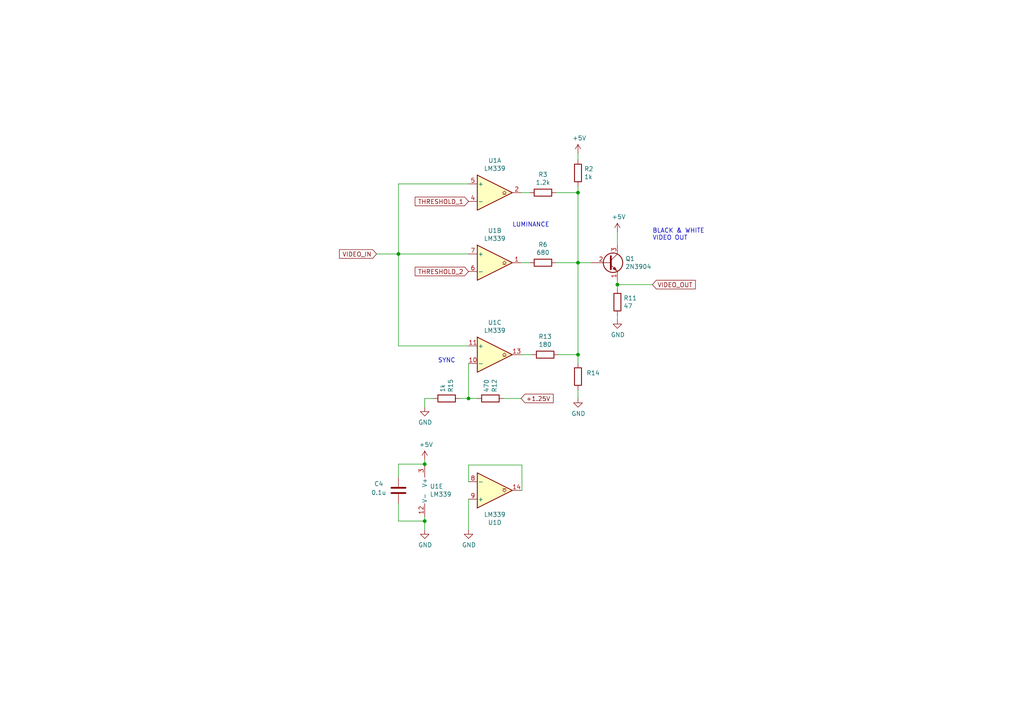
<source format=kicad_sch>
(kicad_sch (version 20211123) (generator eeschema)
  (paper "A4")
  (title_block (title "TCE / Two Comparator Effect") (date "2023-08-06") (rev "0.1.3") (company "Octopus Arts") (comment 1 "eurorack version by Bill Fisher") (comment 2 "original design by Rob Schafer, updated by cyberboy666"))
  (lib_symbols
    (symbol "Comparator:LM339" (pin_names (offset 0.127))
      (property "Reference" "U" (at 0 5.08 0))
      (property "Value" "LM339" (at 0 -5.08 0))
      (symbol "LM339_1_1"
        (polyline (pts (xy -5.08 5.08) (xy 5.08 0) (xy -5.08 -5.08) (xy -5.08 5.08)) (stroke (width 0.254)) (fill (type background)))
        (polyline (pts (xy 3.302 -0.508) (xy 2.794 -0.508) (xy 3.302 0) (xy 2.794 0.508) (xy 2.286 0) (xy 2.794 -0.508) (xy 2.286 -0.508)) (stroke (width 0.127)))
        (pin open_collector line (at 7.62 0 180) (length 2.54) (name "~") (number "2"))
        (pin input line (at -7.62 -2.54 0) (length 2.54) (name "-") (number "4"))
        (pin input line (at -7.62 2.54 0) (length 2.54) (name "+") (number "5"))
      )
      (symbol "LM339_2_1"
        (polyline (pts (xy -5.08 5.08) (xy 5.08 0) (xy -5.08 -5.08) (xy -5.08 5.08)) (stroke (width 0.254)) (fill (type background)))
        (polyline (pts (xy 3.302 -0.508) (xy 2.794 -0.508) (xy 3.302 0) (xy 2.794 0.508) (xy 2.286 0) (xy 2.794 -0.508) (xy 2.286 -0.508)) (stroke (width 0.127)))
        (pin open_collector line (at 7.62 0 180) (length 2.54) (name "~") (number "1"))
        (pin input line (at -7.62 -2.54 0) (length 2.54) (name "-") (number "6"))
        (pin input line (at -7.62 2.54 0) (length 2.54) (name "+") (number "7"))
      )
      (symbol "LM339_3_1"
        (polyline (pts (xy -5.08 5.08) (xy 5.08 0) (xy -5.08 -5.08) (xy -5.08 5.08)) (stroke (width 0.254)) (fill (type background)))
        (polyline (pts (xy 3.302 -0.508) (xy 2.794 -0.508) (xy 3.302 0) (xy 2.794 0.508) (xy 2.286 0) (xy 2.794 -0.508) (xy 2.286 -0.508)) (stroke (width 0.127)))
        (pin input line (at -7.62 -2.54 0) (length 2.54) (name "-") (number "10"))
        (pin input line (at -7.62 2.54 0) (length 2.54) (name "+") (number "11"))
        (pin open_collector line (at 7.62 0 180) (length 2.54) (name "~") (number "13"))
      )
      (symbol "LM339_4_1"
        (polyline (pts (xy -5.08 5.08) (xy 5.08 0) (xy -5.08 -5.08) (xy -5.08 5.08)) (stroke (width 0.254)) (fill (type background)))
        (polyline (pts (xy 3.302 -0.508) (xy 2.794 -0.508) (xy 3.302 0) (xy 2.794 0.508) (xy 2.286 0) (xy 2.794 -0.508) (xy 2.286 -0.508)) (stroke (width 0.127)))
        (pin open_collector line (at 7.62 0 180) (length 2.54) (name "~") (number "14"))
        (pin input line (at -7.62 -2.54 0) (length 2.54) (name "-") (number "8"))
        (pin input line (at -7.62 2.54 0) (length 2.54) (name "+") (number "9"))
      )
      (symbol "LM339_5_1"
        (pin power_in line (at -2.54 -7.62 90) (length 3.81) (name "V-") (number "12"))
        (pin power_in line (at -2.54 7.62 270) (length 3.81) (name "V+") (number "3"))
      )
    )
    (symbol "Device:C" (pin_numbers hide) (pin_names (offset 0.254))
      (property "Reference" "C" (at 0.635 2.54 0))
      (property "Value" "C" (at 0.635 -2.54 0))
      (symbol "C_0_1"
        (polyline (pts (xy -2.032 -0.762) (xy 2.032 -0.762)) (stroke (width 0.508)))
        (polyline (pts (xy -2.032 0.762) (xy 2.032 0.762)) (stroke (width 0.508)))
      )
      (symbol "C_1_1"
        (pin passive line (at 0 3.81 270) (length 2.794) (name "~") (number "1"))
        (pin passive line (at 0 -3.81 90) (length 2.794) (name "~") (number "2"))
      )
    )
    (symbol "Device:R" (pin_numbers hide) (pin_names (offset 0))
      (property "Reference" "R" (at 2.032 0 90))
      (property "Value" "R" (at 0 0 90))
      (symbol "R_0_1"
        (rectangle (start -1.016 -2.54) (end 1.016 2.54) (stroke (width 0.254)))
      )
      (symbol "R_1_1"
        (pin passive line (at 0 3.81 270) (length 1.27) (name "~") (number "1"))
        (pin passive line (at 0 -3.81 90) (length 1.27) (name "~") (number "2"))
      )
    )
    (symbol "Transistor_BJT:2N3904" (pin_names (offset 0) hide)
      (property "Reference" "Q" (at 5.08 1.905 0))
      (property "Value" "2N3904" (at 5.08 0 0))
      (symbol "2N3904_0_1"
        (polyline (pts (xy 0.635 0.635) (xy 2.54 2.54)))
        (polyline (pts (xy 0.635 -0.635) (xy 2.54 -2.54) (xy 2.54 -2.54)))
        (polyline (pts (xy 0.635 1.905) (xy 0.635 -1.905) (xy 0.635 -1.905)) (stroke (width 0.508)))
        (polyline (pts (xy 1.27 -1.778) (xy 1.778 -1.27) (xy 2.286 -2.286) (xy 1.27 -1.778) (xy 1.27 -1.778)) (fill (type outline)))
        (circle (center 1.27 0) (radius 2.8194) (stroke (width 0.254)))
      )
      (symbol "2N3904_1_1"
        (pin passive line (at 2.54 -5.08 90) (length 2.54) (name "E") (number "1"))
        (pin passive line (at -5.08 0 0) (length 5.715) (name "B") (number "2"))
        (pin passive line (at 2.54 5.08 270) (length 2.54) (name "C") (number "3"))
      )
    )
    (symbol "power:+5V" (power) (pin_names (offset 0))
      (property "Value" "+5V" (at 0 3.556 0))
      (symbol "+5V_0_1"
        (polyline (pts (xy -0.762 1.27) (xy 0 2.54)))
        (polyline (pts (xy 0 0) (xy 0 2.54)))
        (polyline (pts (xy 0 2.54) (xy 0.762 1.27)))
      )
      (symbol "+5V_1_1"
        (pin power_in line (at 0 0 90) (length 0) hide (name "+5V") (number "1"))
      )
    )
    (symbol "power:GND" (power) (pin_names (offset 0))
      (property "Value" "GND" (at 0 -3.81 0))
      (symbol "GND_0_1"
        (polyline (pts (xy 0 0) (xy 0 -1.27) (xy 1.27 -1.27) (xy 0 -2.54) (xy -1.27 -1.27) (xy 0 -1.27)))
      )
      (symbol "GND_1_1"
        (pin power_in line (at 0 0 270) (length 0) hide (name "GND") (number "1"))
      )
    )
  )
  (junction (at 123.19 134.62))
  (junction (at 179.07 82.55))
  (junction (at 167.64 55.88))
  (junction (at 135.89 115.57))
  (junction (at 167.64 76.2))
  (junction (at 123.19 151.13))
  (junction (at 167.64 102.87))
  (junction (at 115.57 73.66))
  (wire (pts (xy 179.07 82.55) (xy 179.07 83.82)))
  (wire (pts (xy 115.57 73.66) (xy 115.57 100.33)))
  (wire (pts (xy 161.29 55.88) (xy 167.64 55.88)))
  (wire (pts (xy 109.22 73.66) (xy 115.57 73.66)))
  (wire (pts (xy 115.57 73.66) (xy 135.89 73.66)))
  (wire (pts (xy 135.89 139.7) (xy 135.89 134.874)))
  (wire (pts (xy 123.19 115.57) (xy 123.19 118.11)))
  (wire (pts (xy 115.57 151.13) (xy 123.19 151.13)))
  (wire (pts (xy 151.384 134.874) (xy 151.384 142.24)))
  (wire (pts (xy 138.43 115.57) (xy 135.89 115.57)))
  (wire (pts (xy 135.89 115.57) (xy 133.35 115.57)))
  (wire (pts (xy 167.64 113.03) (xy 167.64 115.57)))
  (wire (pts (xy 161.925 102.87) (xy 167.64 102.87)))
  (wire (pts (xy 123.19 153.67) (xy 123.19 151.13)))
  (wire (pts (xy 115.57 134.62) (xy 115.57 138.43)))
  (wire (pts (xy 123.19 151.13) (xy 123.19 149.86)))
  (wire (pts (xy 179.07 67.31) (xy 179.07 71.12)))
  (wire (pts (xy 151.13 76.2) (xy 153.67 76.2)))
  (wire (pts (xy 115.57 100.33) (xy 135.89 100.33)))
  (wire (pts (xy 179.07 91.44) (xy 179.07 92.71)))
  (wire (pts (xy 135.89 134.874) (xy 151.384 134.874)))
  (wire (pts (xy 167.64 102.87) (xy 167.64 105.41)))
  (wire (pts (xy 171.45 76.2) (xy 167.64 76.2)))
  (wire (pts (xy 167.64 55.88) (xy 167.64 76.2)))
  (wire (pts (xy 123.19 133.35) (xy 123.19 134.62)))
  (wire (pts (xy 151.13 115.57) (xy 146.05 115.57)))
  (wire (pts (xy 167.64 76.2) (xy 167.64 102.87)))
  (wire (pts (xy 189.23 82.55) (xy 179.07 82.55)))
  (wire (pts (xy 135.89 105.41) (xy 135.89 115.57)))
  (wire (pts (xy 115.57 53.34) (xy 135.89 53.34)))
  (wire (pts (xy 151.13 102.87) (xy 154.305 102.87)))
  (wire (pts (xy 167.64 53.975) (xy 167.64 55.88)))
  (wire (pts (xy 115.57 146.05) (xy 115.57 151.13)))
  (wire (pts (xy 179.07 82.55) (xy 179.07 81.28)))
  (wire (pts (xy 115.57 134.62) (xy 123.19 134.62)))
  (wire (pts (xy 115.57 53.34) (xy 115.57 73.66)))
  (wire (pts (xy 151.13 55.88) (xy 153.67 55.88)))
  (wire (pts (xy 167.64 46.355) (xy 167.64 44.45)))
  (wire (pts (xy 135.89 144.78) (xy 135.89 153.67)))
  (wire (pts (xy 161.29 76.2) (xy 167.64 76.2)))
  (wire (pts (xy 125.73 115.57) (xy 123.19 115.57)))
  (wire (pts (xy 151.384 142.24) (xy 151.13 142.24)))
  (text "BLACK & WHITE \nVIDEO OUT" (at 189.23 69.85 0) (effects (font (size 1.27 1.27)) (justify left bottom)))
  (text "SYNC" (at 127 105.41 0) (effects (font (size 1.27 1.27)) (justify left bottom)))
  (text "LUMINANCE" (at 148.59 66.04 0) (effects (font (size 1.27 1.27)) (justify left bottom)))
  (global_label "THRESHOLD_1" (shape input) (at 135.89 58.42 180) (property "Intersheet References" "${INTERSHEET_REFS}" (effects hide)))
  (global_label "THRESHOLD_2" (shape input) (at 135.89 78.74 180) (property "Intersheet References" "${INTERSHEET_REFS}" (effects hide)))
  (global_label "VIDEO_OUT" (shape input) (at 189.23 82.55 0) (property "Intersheet References" "${INTERSHEET_REFS}" (effects hide)))
  (global_label "VIDEO_IN" (shape input) (at 109.22 73.66 180) (property "Intersheet References" "${INTERSHEET_REFS}" (effects hide)))
  (global_label "+1.25V" (shape input) (at 151.13 115.57 0) (property "Intersheet References" "${INTERSHEET_REFS}" (effects hide)))
  (symbol (lib_id "Device:R") (at 129.54 115.57 90) (mirror x) (unit 1)
    (property "Reference" "R15" (at 130.7084 113.8174 0) (effects (justify right)))
    (property "Value" "1k" (at 128.397 113.8174 0) (effects (justify right)))
    (property "Footprint" "Resistor_THT:R_Axial_DIN0207_L6.3mm_D2.5mm_P7.62mm_Horizontal" (effects hide))
  )
  (symbol (lib_id "Device:R") (at 142.24 115.57 90) (mirror x) (unit 1)
    (property "Reference" "R12" (at 143.4084 113.8174 0) (effects (justify right)))
    (property "Value" "470" (at 141.097 113.8174 0) (effects (justify right)))
    (property "Footprint" "Resistor_THT:R_Axial_DIN0207_L6.3mm_D2.5mm_P7.62mm_Horizontal" (effects hide))
  )
  (symbol (lib_id "power:GND") (at 123.19 118.11 0) (unit 1)
    (property "Reference" "#PWR022" (effects hide))
    (property "Value" "GND" (at 123.317 122.5042 0))
  )
  (symbol (lib_id "Device:R") (at 157.48 76.2 90) (mirror x) (unit 1)
    (property "Reference" "R6" (at 157.48 70.9422 90))
    (property "Value" "680" (at 157.48 73.2536 90))
    (property "Footprint" "Resistor_THT:R_Axial_DIN0207_L6.3mm_D2.5mm_P7.62mm_Horizontal" (effects hide))
  )
  (symbol (lib_id "Device:R") (at 158.115 102.87 90) (mirror x) (unit 1)
    (property "Reference" "R13" (at 158.115 97.6122 90))
    (property "Value" "180" (at 158.115 99.9236 90))
    (property "Footprint" "Resistor_THT:R_Axial_DIN0207_L6.3mm_D2.5mm_P7.62mm_Horizontal" (effects hide))
  )
  (symbol (lib_id "Transistor_BJT:2N3904") (at 176.53 76.2 0) (unit 1)
    (property "Reference" "Q1" (at 181.356 75.0316 0) (effects (justify left)))
    (property "Value" "2N3904" (at 181.356 77.343 0) (effects (justify left)))
    (property "Footprint" "Package_TO_SOT_THT:TO-92_HandSolder" (effects hide))
    (property "Datasheet" "https://www.fairchildsemi.com/datasheets/2N/2N3904.pdf" (effects hide))
  )
  (symbol (lib_id "power:+5V") (at 179.07 67.31 0) (unit 1)
    (property "Reference" "#PWR012" (effects hide))
    (property "Value" "+5V" (at 179.451 62.9158 0))
  )
  (symbol (lib_id "Device:R") (at 179.07 87.63 0) (mirror y) (unit 1)
    (property "Reference" "R11" (at 180.848 86.4616 0) (effects (justify right)))
    (property "Value" "47" (at 180.848 88.773 0) (effects (justify right)))
    (property "Footprint" "Resistor_THT:R_Axial_DIN0207_L6.3mm_D2.5mm_P7.62mm_Horizontal" (effects hide))
  )
  (symbol (lib_id "power:GND") (at 179.07 92.71 0) (unit 1)
    (property "Reference" "#PWR017" (effects hide))
    (property "Value" "GND" (at 179.197 97.1042 0))
  )
  (symbol (lib_id "Device:R") (at 157.48 55.88 90) (mirror x) (unit 1)
    (property "Reference" "R3" (at 157.48 50.6222 90))
    (property "Value" "1.2k" (at 157.48 52.9336 90))
    (property "Footprint" "Resistor_THT:R_Axial_DIN0207_L6.3mm_D2.5mm_P7.62mm_Horizontal" (effects hide))
  )
  (symbol (lib_id "power:+5V") (at 167.64 44.45 0) (unit 1)
    (property "Reference" "#PWR02" (effects hide))
    (property "Value" "+5V" (at 168.021 40.0558 0))
  )
  (symbol (lib_id "Device:R") (at 167.64 50.165 0) (mirror y) (unit 1)
    (property "Reference" "R2" (at 169.418 48.9966 0) (effects (justify right)))
    (property "Value" "1k" (at 169.418 51.308 0) (effects (justify right)))
    (property "Footprint" "Resistor_THT:R_Axial_DIN0207_L6.3mm_D2.5mm_P7.62mm_Horizontal" (effects hide))
  )
  (symbol (lib_id "Comparator:LM339") (at 143.51 55.88 0) (unit 1)
    (property "Reference" "U1" (at 143.51 46.5582 0))
    (property "Value" "LM339" (at 143.51 48.8696 0))
    (property "Footprint" "Package_DIP:DIP-14_W7.62mm_LongPads" (effects hide))
    (property "Datasheet" "http://www.ti.com/lit/ds/symlink/lm339.pdf" (effects hide))
  )
  (symbol (lib_id "Comparator:LM339") (at 143.51 76.2 0) (unit 2)
    (property "Reference" "U1" (at 143.51 66.8782 0))
    (property "Value" "LM339" (at 143.51 69.1896 0))
    (property "Footprint" "Package_DIP:DIP-14_W7.62mm_LongPads" (effects hide))
    (property "Datasheet" "http://www.ti.com/lit/ds/symlink/lm339.pdf" (effects hide))
  )
  (symbol (lib_id "Comparator:LM339") (at 143.51 102.87 0) (unit 3)
    (property "Reference" "U1" (at 143.51 93.5482 0))
    (property "Value" "LM339" (at 143.51 95.8596 0))
    (property "Footprint" "Package_DIP:DIP-14_W7.62mm_LongPads" (effects hide))
    (property "Datasheet" "http://www.ti.com/lit/ds/symlink/lm339.pdf" (effects hide))
  )
  (symbol (lib_id "Comparator:LM339") (at 143.51 142.24 0) (mirror x) (unit 4)
    (property "Reference" "U1" (at 143.51 151.5618 0))
    (property "Value" "LM339" (at 143.51 149.2504 0))
    (property "Footprint" "Package_DIP:DIP-14_W7.62mm_LongPads" (effects hide))
    (property "Datasheet" "http://www.ti.com/lit/ds/symlink/lm339.pdf" (effects hide))
  )
  (symbol (lib_id "Comparator:LM339") (at 125.73 142.24 0) (unit 5)
    (property "Reference" "U1" (at 124.6632 141.0716 0) (effects (justify left)))
    (property "Value" "LM339" (at 124.6632 143.383 0) (effects (justify left)))
    (property "Footprint" "Package_DIP:DIP-14_W7.62mm_LongPads" (effects hide))
    (property "Datasheet" "http://www.ti.com/lit/ds/symlink/lm339.pdf" (effects hide))
  )
  (symbol (lib_id "power:+5V") (at 123.19 133.35 0) (unit 1)
    (property "Reference" "#PWR03" (effects hide))
    (property "Value" "+5V" (at 123.571 128.9558 0))
  )
  (symbol (lib_id "power:GND") (at 123.19 153.67 0) (unit 1)
    (property "Reference" "#PWR04" (effects hide))
    (property "Value" "GND" (at 123.317 158.0642 0))
  )
  (symbol (lib_id "Device:C") (at 115.57 142.24 0) (unit 1)
    (property "Reference" "C4" (at 109.855 140.335 0))
    (property "Value" "0.1u" (at 109.855 142.875 0))
    (property "Footprint" "Capacitor_THT:C_Disc_D4.7mm_W2.5mm_P5.00mm" (effects hide))
  )
  (symbol (lib_id "power:GND") (at 167.64 115.57 0) (unit 1)
    (property "Reference" "#PWR?" (effects hide))
  )
  (symbol (lib_id "Device:R") (at 167.64 109.22 0) (mirror x) (unit 1)
    (property "Reference" "R14" (at 173.99 108.1786 0) (effects (justify right)))
  )
  (symbol (lib_id "power:GND") (at 135.89 153.67 0) (unit 1)
    (property "Reference" "#PWR?" (effects hide))
  )
)
</source>
